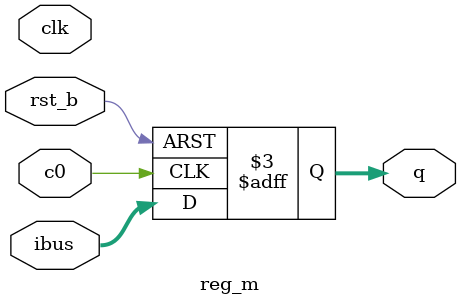
<source format=v>
`ifndef REG_M_V
`define REG_M_V

module reg_m(
  input clk, rst_b, c0, 
  input [7:0] ibus,
  output reg [7:0] q
);

always@(posedge c0, negedge rst_b) begin
  if(!rst_b) 
    q <= 0;
  else if (c0)
    q <= ibus;
  end
endmodule

`endif
</source>
